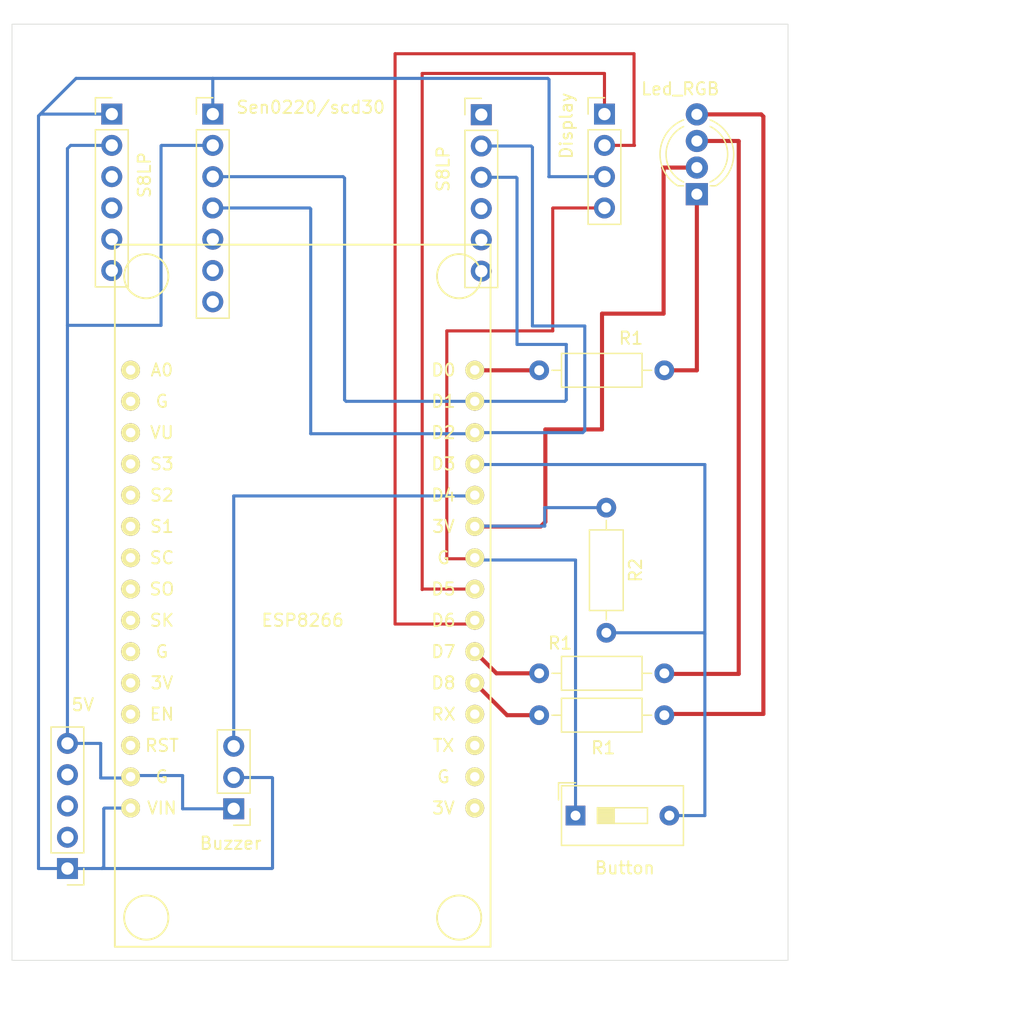
<source format=kicad_pcb>
(kicad_pcb (version 20171130) (host pcbnew "(5.1.10)-1")

  (general
    (thickness 1.6)
    (drawings 6)
    (tracks 128)
    (zones 0)
    (modules 17)
    (nets 37)
  )

  (page A4)
  (layers
    (0 F.Cu signal)
    (31 B.Cu signal)
    (32 B.Adhes user)
    (33 F.Adhes user)
    (34 B.Paste user)
    (35 F.Paste user)
    (36 B.SilkS user)
    (37 F.SilkS user)
    (38 B.Mask user)
    (39 F.Mask user)
    (40 Dwgs.User user)
    (41 Cmts.User user)
    (42 Eco1.User user)
    (43 Eco2.User user)
    (44 Edge.Cuts user)
    (45 Margin user)
    (46 B.CrtYd user)
    (47 F.CrtYd user)
    (48 B.Fab user)
    (49 F.Fab user hide)
  )

  (setup
    (last_trace_width 0.25)
    (user_trace_width 0.333)
    (trace_clearance 0.2)
    (zone_clearance 0.508)
    (zone_45_only no)
    (trace_min 0.2)
    (via_size 0.9)
    (via_drill 0.5)
    (via_min_size 0.4)
    (via_min_drill 0.3)
    (uvia_size 0.3)
    (uvia_drill 0.1)
    (uvias_allowed no)
    (uvia_min_size 0.2)
    (uvia_min_drill 0.1)
    (edge_width 0.05)
    (segment_width 0.2)
    (pcb_text_width 0.3)
    (pcb_text_size 1.5 1.5)
    (mod_edge_width 0.12)
    (mod_text_size 1 1)
    (mod_text_width 0.15)
    (pad_size 1.524 1.524)
    (pad_drill 0.762)
    (pad_to_mask_clearance 0)
    (aux_axis_origin 0 0)
    (visible_elements 7FFFFFFF)
    (pcbplotparams
      (layerselection 0x010fc_ffffffff)
      (usegerberextensions false)
      (usegerberattributes true)
      (usegerberadvancedattributes true)
      (creategerberjobfile true)
      (excludeedgelayer true)
      (linewidth 0.100000)
      (plotframeref false)
      (viasonmask false)
      (mode 1)
      (useauxorigin false)
      (hpglpennumber 1)
      (hpglpenspeed 20)
      (hpglpendiameter 15.000000)
      (psnegative false)
      (psa4output false)
      (plotreference true)
      (plotvalue true)
      (plotinvisibletext false)
      (padsonsilk false)
      (subtractmaskfromsilk false)
      (outputformat 1)
      (mirror false)
      (drillshape 0)
      (scaleselection 1)
      (outputdirectory "C:/Users/velaz/Pictures/TRABAJO IER/kicad_pcb/gerber_CO2/"))
  )

  (net 0 "")
  (net 1 "Net-(D1-Pad1)")
  (net 2 "Net-(D1-Pad2)")
  (net 3 "Net-(D1-Pad3)")
  (net 4 "Net-(D1-Pad4)")
  (net 5 "Net-(J1-Pad1)")
  (net 6 "Net-(J1-Pad2)")
  (net 7 "Net-(R1-Pad1)")
  (net 8 "Net-(R2-Pad1)")
  (net 9 "Net-(R3-Pad1)")
  (net 10 "Net-(R4-Pad2)")
  (net 11 "Net-(SW1-Pad1)")
  (net 12 "Net-(U1-Pad3)")
  (net 13 "Net-(U2-Pad1)")
  (net 14 "Net-(U2-Pad2)")
  (net 15 "Net-(U2-Pad3)")
  (net 16 "Net-(U2-Pad4)")
  (net 17 "Net-(U2-Pad5)")
  (net 18 "Net-(U2-Pad6)")
  (net 19 "Net-(U2-Pad7)")
  (net 20 "Net-(U2-Pad8)")
  (net 21 "Net-(U2-Pad9)")
  (net 22 "Net-(U2-Pad10)")
  (net 23 "Net-(U2-Pad11)")
  (net 24 "Net-(U2-Pad12)")
  (net 25 "Net-(U2-Pad13)")
  (net 26 "Net-(U2-Pad16)")
  (net 27 "Net-(U2-Pad17)")
  (net 28 "Net-(U2-Pad18)")
  (net 29 "Net-(U2-Pad19)")
  (net 30 "Net-(U2-Pad22)")
  (net 31 "Net-(U2-Pad23)")
  (net 32 "Net-(U2-Pad28)")
  (net 33 "Net-(U2-Pad29)")
  (net 34 "Net-(J1-Pad5)")
  (net 35 "Net-(J1-Pad4)")
  (net 36 "Net-(J1-Pad3)")

  (net_class Default "This is the default net class."
    (clearance 0.2)
    (trace_width 0.25)
    (via_dia 0.9)
    (via_drill 0.5)
    (uvia_dia 0.3)
    (uvia_drill 0.1)
    (add_net "Net-(D1-Pad1)")
    (add_net "Net-(D1-Pad2)")
    (add_net "Net-(D1-Pad3)")
    (add_net "Net-(D1-Pad4)")
    (add_net "Net-(J1-Pad1)")
    (add_net "Net-(J1-Pad2)")
    (add_net "Net-(J1-Pad3)")
    (add_net "Net-(J1-Pad4)")
    (add_net "Net-(J1-Pad5)")
    (add_net "Net-(R1-Pad1)")
    (add_net "Net-(R2-Pad1)")
    (add_net "Net-(R3-Pad1)")
    (add_net "Net-(R4-Pad2)")
    (add_net "Net-(SW1-Pad1)")
    (add_net "Net-(U1-Pad3)")
    (add_net "Net-(U2-Pad1)")
    (add_net "Net-(U2-Pad10)")
    (add_net "Net-(U2-Pad11)")
    (add_net "Net-(U2-Pad12)")
    (add_net "Net-(U2-Pad13)")
    (add_net "Net-(U2-Pad16)")
    (add_net "Net-(U2-Pad17)")
    (add_net "Net-(U2-Pad18)")
    (add_net "Net-(U2-Pad19)")
    (add_net "Net-(U2-Pad2)")
    (add_net "Net-(U2-Pad22)")
    (add_net "Net-(U2-Pad23)")
    (add_net "Net-(U2-Pad28)")
    (add_net "Net-(U2-Pad29)")
    (add_net "Net-(U2-Pad3)")
    (add_net "Net-(U2-Pad4)")
    (add_net "Net-(U2-Pad5)")
    (add_net "Net-(U2-Pad6)")
    (add_net "Net-(U2-Pad7)")
    (add_net "Net-(U2-Pad8)")
    (add_net "Net-(U2-Pad9)")
  )

  (module Connector_PinHeader_2.54mm:PinHeader_1x06_P2.54mm_Vertical (layer F.Cu) (tedit 59FED5CC) (tstamp 6165262D)
    (at 141.1 69.35)
    (descr "Through hole straight pin header, 1x06, 2.54mm pitch, single row")
    (tags "Through hole pin header THT 1x06 2.54mm single row")
    (path /6167FC23)
    (fp_text reference S8LP (at -3.1 4.4 90) (layer F.SilkS)
      (effects (font (size 1 1) (thickness 0.15)))
    )
    (fp_text value s8 (at 0 15.03) (layer F.Fab)
      (effects (font (size 1 1) (thickness 0.15)))
    )
    (fp_text user %R (at 0 6.35 90) (layer F.Fab)
      (effects (font (size 1 1) (thickness 0.15)))
    )
    (fp_line (start -0.635 -1.27) (end 1.27 -1.27) (layer F.Fab) (width 0.1))
    (fp_line (start 1.27 -1.27) (end 1.27 13.97) (layer F.Fab) (width 0.1))
    (fp_line (start 1.27 13.97) (end -1.27 13.97) (layer F.Fab) (width 0.1))
    (fp_line (start -1.27 13.97) (end -1.27 -0.635) (layer F.Fab) (width 0.1))
    (fp_line (start -1.27 -0.635) (end -0.635 -1.27) (layer F.Fab) (width 0.1))
    (fp_line (start -1.33 14.03) (end 1.33 14.03) (layer F.SilkS) (width 0.12))
    (fp_line (start -1.33 1.27) (end -1.33 14.03) (layer F.SilkS) (width 0.12))
    (fp_line (start 1.33 1.27) (end 1.33 14.03) (layer F.SilkS) (width 0.12))
    (fp_line (start -1.33 1.27) (end 1.33 1.27) (layer F.SilkS) (width 0.12))
    (fp_line (start -1.33 0) (end -1.33 -1.33) (layer F.SilkS) (width 0.12))
    (fp_line (start -1.33 -1.33) (end 0 -1.33) (layer F.SilkS) (width 0.12))
    (fp_line (start -1.8 -1.8) (end -1.8 14.5) (layer F.CrtYd) (width 0.05))
    (fp_line (start -1.8 14.5) (end 1.8 14.5) (layer F.CrtYd) (width 0.05))
    (fp_line (start 1.8 14.5) (end 1.8 -1.8) (layer F.CrtYd) (width 0.05))
    (fp_line (start 1.8 -1.8) (end -1.8 -1.8) (layer F.CrtYd) (width 0.05))
    (pad 6 thru_hole oval (at 0 12.7) (size 1.7 1.7) (drill 1) (layers *.Cu *.Mask))
    (pad 5 thru_hole oval (at 0 10.16) (size 1.7 1.7) (drill 1) (layers *.Cu *.Mask))
    (pad 4 thru_hole oval (at 0 7.62) (size 1.7 1.7) (drill 1) (layers *.Cu *.Mask))
    (pad 3 thru_hole oval (at 0 5.08) (size 1.7 1.7) (drill 1) (layers *.Cu *.Mask)
      (net 33 "Net-(U2-Pad29)"))
    (pad 2 thru_hole oval (at 0 2.54) (size 1.7 1.7) (drill 1) (layers *.Cu *.Mask)
      (net 32 "Net-(U2-Pad28)"))
    (pad 1 thru_hole rect (at 0 0) (size 1.7 1.7) (drill 1) (layers *.Cu *.Mask))
    (model ${KISYS3DMOD}/Connector_PinHeader_2.54mm.3dshapes/PinHeader_1x06_P2.54mm_Vertical.wrl
      (at (xyz 0 0 0))
      (scale (xyz 1 1 1))
      (rotate (xyz 0 0 0))
    )
  )

  (module Connector_PinHeader_2.54mm:PinHeader_1x07_P2.54mm_Vertical (layer F.Cu) (tedit 59FED5CC) (tstamp 61651F5A)
    (at 119.3 69.3)
    (descr "Through hole straight pin header, 1x07, 2.54mm pitch, single row")
    (tags "Through hole pin header THT 1x07 2.54mm single row")
    (path /61668B07)
    (fp_text reference Sen0220/scd30 (at 7.95 -0.55) (layer F.SilkS)
      (effects (font (size 1 1) (thickness 0.15)))
    )
    (fp_text value sen0220_scd30 (at 0 17.57) (layer F.Fab)
      (effects (font (size 1 1) (thickness 0.15)))
    )
    (fp_text user %R (at 0 7.62 90) (layer F.Fab)
      (effects (font (size 1 1) (thickness 0.15)))
    )
    (fp_line (start -0.635 -1.27) (end 1.27 -1.27) (layer F.Fab) (width 0.1))
    (fp_line (start 1.27 -1.27) (end 1.27 16.51) (layer F.Fab) (width 0.1))
    (fp_line (start 1.27 16.51) (end -1.27 16.51) (layer F.Fab) (width 0.1))
    (fp_line (start -1.27 16.51) (end -1.27 -0.635) (layer F.Fab) (width 0.1))
    (fp_line (start -1.27 -0.635) (end -0.635 -1.27) (layer F.Fab) (width 0.1))
    (fp_line (start -1.33 16.57) (end 1.33 16.57) (layer F.SilkS) (width 0.12))
    (fp_line (start -1.33 1.27) (end -1.33 16.57) (layer F.SilkS) (width 0.12))
    (fp_line (start 1.33 1.27) (end 1.33 16.57) (layer F.SilkS) (width 0.12))
    (fp_line (start -1.33 1.27) (end 1.33 1.27) (layer F.SilkS) (width 0.12))
    (fp_line (start -1.33 0) (end -1.33 -1.33) (layer F.SilkS) (width 0.12))
    (fp_line (start -1.33 -1.33) (end 0 -1.33) (layer F.SilkS) (width 0.12))
    (fp_line (start -1.8 -1.8) (end -1.8 17.05) (layer F.CrtYd) (width 0.05))
    (fp_line (start -1.8 17.05) (end 1.8 17.05) (layer F.CrtYd) (width 0.05))
    (fp_line (start 1.8 17.05) (end 1.8 -1.8) (layer F.CrtYd) (width 0.05))
    (fp_line (start 1.8 -1.8) (end -1.8 -1.8) (layer F.CrtYd) (width 0.05))
    (pad 7 thru_hole oval (at 0 15.24) (size 1.7 1.7) (drill 1) (layers *.Cu *.Mask))
    (pad 6 thru_hole oval (at 0 12.7) (size 1.7 1.7) (drill 1) (layers *.Cu *.Mask))
    (pad 5 thru_hole oval (at 0 10.16) (size 1.7 1.7) (drill 1) (layers *.Cu *.Mask))
    (pad 4 thru_hole oval (at 0 7.62) (size 1.7 1.7) (drill 1) (layers *.Cu *.Mask)
      (net 32 "Net-(U2-Pad28)"))
    (pad 3 thru_hole oval (at 0 5.08) (size 1.7 1.7) (drill 1) (layers *.Cu *.Mask)
      (net 33 "Net-(U2-Pad29)"))
    (pad 2 thru_hole oval (at 0 2.54) (size 1.7 1.7) (drill 1) (layers *.Cu *.Mask)
      (net 34 "Net-(J1-Pad5)"))
    (pad 1 thru_hole rect (at 0 0) (size 1.7 1.7) (drill 1) (layers *.Cu *.Mask)
      (net 5 "Net-(J1-Pad1)"))
    (model ${KISYS3DMOD}/Connector_PinHeader_2.54mm.3dshapes/PinHeader_1x07_P2.54mm_Vertical.wrl
      (at (xyz 0 0 0))
      (scale (xyz 1 1 1))
      (rotate (xyz 0 0 0))
    )
  )

  (module Connector_PinHeader_2.54mm:PinHeader_1x06_P2.54mm_Vertical (layer F.Cu) (tedit 59FED5CC) (tstamp 6164FCA2)
    (at 111.1 69.3)
    (descr "Through hole straight pin header, 1x06, 2.54mm pitch, single row")
    (tags "Through hole pin header THT 1x06 2.54mm single row")
    (path /61653887)
    (fp_text reference S8LP (at 2.65 4.95 90) (layer F.SilkS)
      (effects (font (size 1 1) (thickness 0.15)))
    )
    (fp_text value lp (at 0 15.03) (layer F.Fab)
      (effects (font (size 1 1) (thickness 0.15)))
    )
    (fp_line (start 1.8 -1.8) (end -1.8 -1.8) (layer F.CrtYd) (width 0.05))
    (fp_line (start 1.8 14.5) (end 1.8 -1.8) (layer F.CrtYd) (width 0.05))
    (fp_line (start -1.8 14.5) (end 1.8 14.5) (layer F.CrtYd) (width 0.05))
    (fp_line (start -1.8 -1.8) (end -1.8 14.5) (layer F.CrtYd) (width 0.05))
    (fp_line (start -1.33 -1.33) (end 0 -1.33) (layer F.SilkS) (width 0.12))
    (fp_line (start -1.33 0) (end -1.33 -1.33) (layer F.SilkS) (width 0.12))
    (fp_line (start -1.33 1.27) (end 1.33 1.27) (layer F.SilkS) (width 0.12))
    (fp_line (start 1.33 1.27) (end 1.33 14.03) (layer F.SilkS) (width 0.12))
    (fp_line (start -1.33 1.27) (end -1.33 14.03) (layer F.SilkS) (width 0.12))
    (fp_line (start -1.33 14.03) (end 1.33 14.03) (layer F.SilkS) (width 0.12))
    (fp_line (start -1.27 -0.635) (end -0.635 -1.27) (layer F.Fab) (width 0.1))
    (fp_line (start -1.27 13.97) (end -1.27 -0.635) (layer F.Fab) (width 0.1))
    (fp_line (start 1.27 13.97) (end -1.27 13.97) (layer F.Fab) (width 0.1))
    (fp_line (start 1.27 -1.27) (end 1.27 13.97) (layer F.Fab) (width 0.1))
    (fp_line (start -0.635 -1.27) (end 1.27 -1.27) (layer F.Fab) (width 0.1))
    (fp_text user %R (at 0 6.35 90) (layer F.Fab)
      (effects (font (size 1 1) (thickness 0.15)))
    )
    (pad 6 thru_hole oval (at 0 12.7) (size 1.7 1.7) (drill 1) (layers *.Cu *.Mask))
    (pad 5 thru_hole oval (at 0 10.16) (size 1.7 1.7) (drill 1) (layers *.Cu *.Mask))
    (pad 4 thru_hole oval (at 0 7.62) (size 1.7 1.7) (drill 1) (layers *.Cu *.Mask))
    (pad 3 thru_hole oval (at 0 5.08) (size 1.7 1.7) (drill 1) (layers *.Cu *.Mask))
    (pad 2 thru_hole oval (at 0 2.54) (size 1.7 1.7) (drill 1) (layers *.Cu *.Mask)
      (net 34 "Net-(J1-Pad5)"))
    (pad 1 thru_hole rect (at 0 0) (size 1.7 1.7) (drill 1) (layers *.Cu *.Mask)
      (net 5 "Net-(J1-Pad1)"))
    (model ${KISYS3DMOD}/Connector_PinHeader_2.54mm.3dshapes/PinHeader_1x06_P2.54mm_Vertical.wrl
      (at (xyz 0 0 0))
      (scale (xyz 1 1 1))
      (rotate (xyz 0 0 0))
    )
  )

  (module Connector_PinHeader_2.54mm:PinHeader_1x05_P2.54mm_Vertical (layer F.Cu) (tedit 59FED5CC) (tstamp 6164FA68)
    (at 107.5 130.55 180)
    (descr "Through hole straight pin header, 1x05, 2.54mm pitch, single row")
    (tags "Through hole pin header THT 1x05 2.54mm single row")
    (path /6166421A)
    (fp_text reference 5V (at -1.25 13.3) (layer F.SilkS)
      (effects (font (size 1 1) (thickness 0.15)))
    )
    (fp_text value 5v (at 0 12.49) (layer F.Fab)
      (effects (font (size 1 1) (thickness 0.15)))
    )
    (fp_line (start 1.8 -1.8) (end -1.8 -1.8) (layer F.CrtYd) (width 0.05))
    (fp_line (start 1.8 11.95) (end 1.8 -1.8) (layer F.CrtYd) (width 0.05))
    (fp_line (start -1.8 11.95) (end 1.8 11.95) (layer F.CrtYd) (width 0.05))
    (fp_line (start -1.8 -1.8) (end -1.8 11.95) (layer F.CrtYd) (width 0.05))
    (fp_line (start -1.33 -1.33) (end 0 -1.33) (layer F.SilkS) (width 0.12))
    (fp_line (start -1.33 0) (end -1.33 -1.33) (layer F.SilkS) (width 0.12))
    (fp_line (start -1.33 1.27) (end 1.33 1.27) (layer F.SilkS) (width 0.12))
    (fp_line (start 1.33 1.27) (end 1.33 11.49) (layer F.SilkS) (width 0.12))
    (fp_line (start -1.33 1.27) (end -1.33 11.49) (layer F.SilkS) (width 0.12))
    (fp_line (start -1.33 11.49) (end 1.33 11.49) (layer F.SilkS) (width 0.12))
    (fp_line (start -1.27 -0.635) (end -0.635 -1.27) (layer F.Fab) (width 0.1))
    (fp_line (start -1.27 11.43) (end -1.27 -0.635) (layer F.Fab) (width 0.1))
    (fp_line (start 1.27 11.43) (end -1.27 11.43) (layer F.Fab) (width 0.1))
    (fp_line (start 1.27 -1.27) (end 1.27 11.43) (layer F.Fab) (width 0.1))
    (fp_line (start -0.635 -1.27) (end 1.27 -1.27) (layer F.Fab) (width 0.1))
    (fp_text user %R (at 0 5.08 180) (layer F.Fab)
      (effects (font (size 1 1) (thickness 0.15)))
    )
    (pad 5 thru_hole oval (at 0 10.16 180) (size 1.7 1.7) (drill 1) (layers *.Cu *.Mask)
      (net 34 "Net-(J1-Pad5)"))
    (pad 4 thru_hole oval (at 0 7.62 180) (size 1.7 1.7) (drill 1) (layers *.Cu *.Mask)
      (net 35 "Net-(J1-Pad4)"))
    (pad 3 thru_hole oval (at 0 5.08 180) (size 1.7 1.7) (drill 1) (layers *.Cu *.Mask)
      (net 36 "Net-(J1-Pad3)"))
    (pad 2 thru_hole oval (at 0 2.54 180) (size 1.7 1.7) (drill 1) (layers *.Cu *.Mask)
      (net 6 "Net-(J1-Pad2)"))
    (pad 1 thru_hole rect (at 0 0 180) (size 1.7 1.7) (drill 1) (layers *.Cu *.Mask)
      (net 5 "Net-(J1-Pad1)"))
    (model ${KISYS3DMOD}/Connector_PinHeader_2.54mm.3dshapes/PinHeader_1x05_P2.54mm_Vertical.wrl
      (at (xyz 0 0 0))
      (scale (xyz 1 1 1))
      (rotate (xyz 0 0 0))
    )
  )

  (module MountingHole:MountingHole_3.2mm_M3 (layer F.Cu) (tedit 56D1B4CB) (tstamp 6164CAF9)
    (at 105.5 64.5)
    (descr "Mounting Hole 3.2mm, no annular, M3")
    (tags "mounting hole 3.2mm no annular m3")
    (attr virtual)
    (fp_text reference "" (at 0 -4.2) (layer F.SilkS)
      (effects (font (size 1 1) (thickness 0.15)))
    )
    (fp_text value MountingHole_3.2mm_M3 (at 0 4.2) (layer F.Fab)
      (effects (font (size 1 1) (thickness 0.15)))
    )
    (fp_circle (center 0 0) (end 3.45 0) (layer F.CrtYd) (width 0.05))
    (fp_circle (center 0 0) (end 3.2 0) (layer Cmts.User) (width 0.15))
    (fp_text user %R (at 5.969 0.3302) (layer F.Fab)
      (effects (font (size 1 1) (thickness 0.15)))
    )
    (pad 1 np_thru_hole circle (at 0 0) (size 3.2 3.2) (drill 3.2) (layers *.Cu *.Mask))
  )

  (module MountingHole:MountingHole_3.2mm_M3 (layer F.Cu) (tedit 56D1B4CB) (tstamp 6164CAE7)
    (at 105.5 135.5)
    (descr "Mounting Hole 3.2mm, no annular, M3")
    (tags "mounting hole 3.2mm no annular m3")
    (attr virtual)
    (fp_text reference "" (at 1.5 4.75) (layer F.SilkS)
      (effects (font (size 1 1) (thickness 0.15)))
    )
    (fp_text value MountingHole_3.2mm_M3 (at 0 4.2) (layer F.Fab)
      (effects (font (size 1 1) (thickness 0.15)))
    )
    (fp_circle (center 0 0) (end 3.2 0) (layer Cmts.User) (width 0.15))
    (fp_circle (center 0 0) (end 3.45 0) (layer F.CrtYd) (width 0.05))
    (fp_text user %R (at 5.969 0.3302) (layer F.Fab)
      (effects (font (size 1 1) (thickness 0.15)))
    )
    (pad 1 np_thru_hole circle (at 0 0) (size 3.2 3.2) (drill 3.2) (layers *.Cu *.Mask))
  )

  (module MountingHole:MountingHole_3.2mm_M3 (layer F.Cu) (tedit 56D1B4CB) (tstamp 6164CA69)
    (at 163.5 135.5)
    (descr "Mounting Hole 3.2mm, no annular, M3")
    (tags "mounting hole 3.2mm no annular m3")
    (attr virtual)
    (fp_text reference "" (at 5.25 4.5) (layer F.SilkS)
      (effects (font (size 1 1) (thickness 0.15)))
    )
    (fp_text value MountingHole_3.2mm_M3 (at 0 4.2) (layer F.Fab)
      (effects (font (size 1 1) (thickness 0.15)))
    )
    (fp_circle (center 0 0) (end 3.45 0) (layer F.CrtYd) (width 0.05))
    (fp_circle (center 0 0) (end 3.2 0) (layer Cmts.User) (width 0.15))
    (fp_text user %R (at 5.969 0.3302) (layer F.Fab)
      (effects (font (size 1 1) (thickness 0.15)))
    )
    (pad 1 np_thru_hole circle (at 0 0) (size 3.2 3.2) (drill 3.2) (layers *.Cu *.Mask))
  )

  (module MountingHole:MountingHole_3.2mm_M3 (layer F.Cu) (tedit 56D1B4CB) (tstamp 6164CA10)
    (at 163.5 64.5)
    (descr "Mounting Hole 3.2mm, no annular, M3")
    (tags "mounting hole 3.2mm no annular m3")
    (attr virtual)
    (fp_text reference "" (at 0 -4.2) (layer F.SilkS)
      (effects (font (size 1 1) (thickness 0.15)))
    )
    (fp_text value MountingHole_3.2mm_M3 (at 0 4.2) (layer F.Fab)
      (effects (font (size 1 1) (thickness 0.15)))
    )
    (fp_circle (center 0 0) (end 3.2 0) (layer Cmts.User) (width 0.15))
    (fp_circle (center 0 0) (end 3.45 0) (layer F.CrtYd) (width 0.05))
    (fp_text user %R (at 5.969 0.3302) (layer F.Fab)
      (effects (font (size 1 1) (thickness 0.15)))
    )
    (pad 1 np_thru_hole circle (at 0 0) (size 3.2 3.2) (drill 3.2) (layers *.Cu *.Mask))
  )

  (module LED_THT:LED_D5.0mm-4_RGB_Wide_Pins (layer F.Cu) (tedit 5B74F76E) (tstamp 6164AC8D)
    (at 158.6 75.8 90)
    (descr "LED, diameter 5.0mm, 2 pins, diameter 5.0mm, 3 pins, diameter 5.0mm, 4 pins, http://www.kingbright.com/attachments/file/psearch/000/00/00/L-154A4SUREQBFZGEW(Ver.9A).pdf")
    (tags "LED diameter 5.0mm 2 pins diameter 5.0mm 3 pins diameter 5.0mm 4 pins RGB RGBLED")
    (path /615FF3B4)
    (fp_text reference Led_RGB (at 8.55 -1.35 180) (layer F.SilkS)
      (effects (font (size 1 1) (thickness 0.15)))
    )
    (fp_text value LED_RGB (at 3.2385 3.96 90) (layer F.Fab)
      (effects (font (size 1 1) (thickness 0.15)))
    )
    (fp_line (start 7.56 -3.25) (end -1.08 -3.25) (layer F.CrtYd) (width 0.05))
    (fp_line (start 7.56 3.25) (end 7.56 -3.25) (layer F.CrtYd) (width 0.05))
    (fp_line (start -1.08 3.25) (end 7.56 3.25) (layer F.CrtYd) (width 0.05))
    (fp_line (start -1.08 -3.25) (end -1.08 3.25) (layer F.CrtYd) (width 0.05))
    (fp_line (start 0.6785 1.08) (end 0.6785 1.545) (layer F.SilkS) (width 0.12))
    (fp_line (start 0.6785 -1.545) (end 0.6785 -1.08) (layer F.SilkS) (width 0.12))
    (fp_line (start 0.7385 -1.469694) (end 0.7385 1.469694) (layer F.Fab) (width 0.1))
    (fp_circle (center 3.2385 0) (end 5.7385 0) (layer F.Fab) (width 0.1))
    (fp_arc (start 3.2385 0) (end 0.7385 -1.469694) (angle 299.1) (layer F.Fab) (width 0.1))
    (fp_arc (start 3.2385 0) (end 0.6785 -1.54483) (angle 127.7) (layer F.SilkS) (width 0.12))
    (fp_arc (start 3.2385 0) (end 0.6785 1.54483) (angle -127.7) (layer F.SilkS) (width 0.12))
    (fp_arc (start 3.2385 0) (end 0.983816 -1.08) (angle 128.8) (layer F.SilkS) (width 0.12))
    (fp_arc (start 3.2385 0) (end 0.983816 1.08) (angle -128.8) (layer F.SilkS) (width 0.12))
    (fp_text user %R (at 3.2385 -3.96 90) (layer F.Fab)
      (effects (font (size 1 1) (thickness 0.15)))
    )
    (pad 1 thru_hole rect (at 0 0 90) (size 1.8 1.8) (drill 0.9) (layers *.Cu *.Mask)
      (net 1 "Net-(D1-Pad1)"))
    (pad 2 thru_hole circle (at 2.159 0 90) (size 1.8 1.8) (drill 0.9) (layers *.Cu *.Mask)
      (net 2 "Net-(D1-Pad2)"))
    (pad 3 thru_hole circle (at 4.318 0 90) (size 1.8 1.8) (drill 0.9) (layers *.Cu *.Mask)
      (net 3 "Net-(D1-Pad3)"))
    (pad 4 thru_hole circle (at 6.477 0 90) (size 1.8 1.8) (drill 0.9) (layers *.Cu *.Mask)
      (net 4 "Net-(D1-Pad4)"))
    (model ${KISYS3DMOD}/LED_THT.3dshapes/LED_D5.0mm-4_RGB_Wide_Pins.wrl
      (at (xyz 0 0 0))
      (scale (xyz 1 1 1))
      (rotate (xyz 0 0 0))
    )
  )

  (module Resistor_THT:R_Axial_DIN0207_L6.3mm_D2.5mm_P10.16mm_Horizontal (layer F.Cu) (tedit 5AE5139B) (tstamp 61649FB1)
    (at 145.8 118.1)
    (descr "Resistor, Axial_DIN0207 series, Axial, Horizontal, pin pitch=10.16mm, 0.25W = 1/4W, length*diameter=6.3*2.5mm^2, http://cdn-reichelt.de/documents/datenblatt/B400/1_4W%23YAG.pdf")
    (tags "Resistor Axial_DIN0207 series Axial Horizontal pin pitch 10.16mm 0.25W = 1/4W length 6.3mm diameter 2.5mm")
    (path /616048E6)
    (fp_text reference R1 (at 5.2 2.65) (layer F.SilkS)
      (effects (font (size 1 1) (thickness 0.15)))
    )
    (fp_text value 220 (at 5.08 2.37) (layer F.Fab)
      (effects (font (size 1 1) (thickness 0.15)))
    )
    (fp_line (start 11.21 -1.5) (end -1.05 -1.5) (layer F.CrtYd) (width 0.05))
    (fp_line (start 11.21 1.5) (end 11.21 -1.5) (layer F.CrtYd) (width 0.05))
    (fp_line (start -1.05 1.5) (end 11.21 1.5) (layer F.CrtYd) (width 0.05))
    (fp_line (start -1.05 -1.5) (end -1.05 1.5) (layer F.CrtYd) (width 0.05))
    (fp_line (start 9.12 0) (end 8.35 0) (layer F.SilkS) (width 0.12))
    (fp_line (start 1.04 0) (end 1.81 0) (layer F.SilkS) (width 0.12))
    (fp_line (start 8.35 -1.37) (end 1.81 -1.37) (layer F.SilkS) (width 0.12))
    (fp_line (start 8.35 1.37) (end 8.35 -1.37) (layer F.SilkS) (width 0.12))
    (fp_line (start 1.81 1.37) (end 8.35 1.37) (layer F.SilkS) (width 0.12))
    (fp_line (start 1.81 -1.37) (end 1.81 1.37) (layer F.SilkS) (width 0.12))
    (fp_line (start 10.16 0) (end 8.23 0) (layer F.Fab) (width 0.1))
    (fp_line (start 0 0) (end 1.93 0) (layer F.Fab) (width 0.1))
    (fp_line (start 8.23 -1.25) (end 1.93 -1.25) (layer F.Fab) (width 0.1))
    (fp_line (start 8.23 1.25) (end 8.23 -1.25) (layer F.Fab) (width 0.1))
    (fp_line (start 1.93 1.25) (end 8.23 1.25) (layer F.Fab) (width 0.1))
    (fp_line (start 1.93 -1.25) (end 1.93 1.25) (layer F.Fab) (width 0.1))
    (fp_text user %R (at 5.08 0) (layer F.Fab)
      (effects (font (size 1 1) (thickness 0.15)))
    )
    (pad 1 thru_hole circle (at 0 0) (size 1.6 1.6) (drill 0.8) (layers *.Cu *.Mask)
      (net 7 "Net-(R1-Pad1)"))
    (pad 2 thru_hole oval (at 10.16 0) (size 1.6 1.6) (drill 0.8) (layers *.Cu *.Mask)
      (net 4 "Net-(D1-Pad4)"))
    (model ${KISYS3DMOD}/Resistor_THT.3dshapes/R_Axial_DIN0207_L6.3mm_D2.5mm_P10.16mm_Horizontal.wrl
      (at (xyz 0 0 0))
      (scale (xyz 1 1 1))
      (rotate (xyz 0 0 0))
    )
  )

  (module Resistor_THT:R_Axial_DIN0207_L6.3mm_D2.5mm_P10.16mm_Horizontal (layer F.Cu) (tedit 5AE5139B) (tstamp 61649FC8)
    (at 145.8 114.7)
    (descr "Resistor, Axial_DIN0207 series, Axial, Horizontal, pin pitch=10.16mm, 0.25W = 1/4W, length*diameter=6.3*2.5mm^2, http://cdn-reichelt.de/documents/datenblatt/B400/1_4W%23YAG.pdf")
    (tags "Resistor Axial_DIN0207 series Axial Horizontal pin pitch 10.16mm 0.25W = 1/4W length 6.3mm diameter 2.5mm")
    (path /61605002)
    (fp_text reference R1 (at 1.7 -2.45) (layer F.SilkS)
      (effects (font (size 1 1) (thickness 0.15)))
    )
    (fp_text value 220 (at 5.08 2.37) (layer F.Fab)
      (effects (font (size 1 1) (thickness 0.15)))
    )
    (fp_line (start 1.93 -1.25) (end 1.93 1.25) (layer F.Fab) (width 0.1))
    (fp_line (start 1.93 1.25) (end 8.23 1.25) (layer F.Fab) (width 0.1))
    (fp_line (start 8.23 1.25) (end 8.23 -1.25) (layer F.Fab) (width 0.1))
    (fp_line (start 8.23 -1.25) (end 1.93 -1.25) (layer F.Fab) (width 0.1))
    (fp_line (start 0 0) (end 1.93 0) (layer F.Fab) (width 0.1))
    (fp_line (start 10.16 0) (end 8.23 0) (layer F.Fab) (width 0.1))
    (fp_line (start 1.81 -1.37) (end 1.81 1.37) (layer F.SilkS) (width 0.12))
    (fp_line (start 1.81 1.37) (end 8.35 1.37) (layer F.SilkS) (width 0.12))
    (fp_line (start 8.35 1.37) (end 8.35 -1.37) (layer F.SilkS) (width 0.12))
    (fp_line (start 8.35 -1.37) (end 1.81 -1.37) (layer F.SilkS) (width 0.12))
    (fp_line (start 1.04 0) (end 1.81 0) (layer F.SilkS) (width 0.12))
    (fp_line (start 9.12 0) (end 8.35 0) (layer F.SilkS) (width 0.12))
    (fp_line (start -1.05 -1.5) (end -1.05 1.5) (layer F.CrtYd) (width 0.05))
    (fp_line (start -1.05 1.5) (end 11.21 1.5) (layer F.CrtYd) (width 0.05))
    (fp_line (start 11.21 1.5) (end 11.21 -1.5) (layer F.CrtYd) (width 0.05))
    (fp_line (start 11.21 -1.5) (end -1.05 -1.5) (layer F.CrtYd) (width 0.05))
    (fp_text user %R (at 5.08 0) (layer F.Fab)
      (effects (font (size 1 1) (thickness 0.15)))
    )
    (pad 2 thru_hole oval (at 10.16 0) (size 1.6 1.6) (drill 0.8) (layers *.Cu *.Mask)
      (net 3 "Net-(D1-Pad3)"))
    (pad 1 thru_hole circle (at 0 0) (size 1.6 1.6) (drill 0.8) (layers *.Cu *.Mask)
      (net 8 "Net-(R2-Pad1)"))
    (model ${KISYS3DMOD}/Resistor_THT.3dshapes/R_Axial_DIN0207_L6.3mm_D2.5mm_P10.16mm_Horizontal.wrl
      (at (xyz 0 0 0))
      (scale (xyz 1 1 1))
      (rotate (xyz 0 0 0))
    )
  )

  (module Resistor_THT:R_Axial_DIN0207_L6.3mm_D2.5mm_P10.16mm_Horizontal (layer F.Cu) (tedit 5AE5139B) (tstamp 61649FDF)
    (at 145.8 90.1)
    (descr "Resistor, Axial_DIN0207 series, Axial, Horizontal, pin pitch=10.16mm, 0.25W = 1/4W, length*diameter=6.3*2.5mm^2, http://cdn-reichelt.de/documents/datenblatt/B400/1_4W%23YAG.pdf")
    (tags "Resistor Axial_DIN0207 series Axial Horizontal pin pitch 10.16mm 0.25W = 1/4W length 6.3mm diameter 2.5mm")
    (path /616052D2)
    (fp_text reference R1 (at 7.45 -2.6) (layer F.SilkS)
      (effects (font (size 1 1) (thickness 0.15)))
    )
    (fp_text value 220 (at 5.08 2.37) (layer F.Fab)
      (effects (font (size 1 1) (thickness 0.15)))
    )
    (fp_line (start 11.21 -1.5) (end -1.05 -1.5) (layer F.CrtYd) (width 0.05))
    (fp_line (start 11.21 1.5) (end 11.21 -1.5) (layer F.CrtYd) (width 0.05))
    (fp_line (start -1.05 1.5) (end 11.21 1.5) (layer F.CrtYd) (width 0.05))
    (fp_line (start -1.05 -1.5) (end -1.05 1.5) (layer F.CrtYd) (width 0.05))
    (fp_line (start 9.12 0) (end 8.35 0) (layer F.SilkS) (width 0.12))
    (fp_line (start 1.04 0) (end 1.81 0) (layer F.SilkS) (width 0.12))
    (fp_line (start 8.35 -1.37) (end 1.81 -1.37) (layer F.SilkS) (width 0.12))
    (fp_line (start 8.35 1.37) (end 8.35 -1.37) (layer F.SilkS) (width 0.12))
    (fp_line (start 1.81 1.37) (end 8.35 1.37) (layer F.SilkS) (width 0.12))
    (fp_line (start 1.81 -1.37) (end 1.81 1.37) (layer F.SilkS) (width 0.12))
    (fp_line (start 10.16 0) (end 8.23 0) (layer F.Fab) (width 0.1))
    (fp_line (start 0 0) (end 1.93 0) (layer F.Fab) (width 0.1))
    (fp_line (start 8.23 -1.25) (end 1.93 -1.25) (layer F.Fab) (width 0.1))
    (fp_line (start 8.23 1.25) (end 8.23 -1.25) (layer F.Fab) (width 0.1))
    (fp_line (start 1.93 1.25) (end 8.23 1.25) (layer F.Fab) (width 0.1))
    (fp_line (start 1.93 -1.25) (end 1.93 1.25) (layer F.Fab) (width 0.1))
    (fp_text user %R (at 5.08 0) (layer F.Fab)
      (effects (font (size 1 1) (thickness 0.15)))
    )
    (pad 1 thru_hole circle (at 0 0) (size 1.6 1.6) (drill 0.8) (layers *.Cu *.Mask)
      (net 9 "Net-(R3-Pad1)"))
    (pad 2 thru_hole oval (at 10.16 0) (size 1.6 1.6) (drill 0.8) (layers *.Cu *.Mask)
      (net 1 "Net-(D1-Pad1)"))
    (model ${KISYS3DMOD}/Resistor_THT.3dshapes/R_Axial_DIN0207_L6.3mm_D2.5mm_P10.16mm_Horizontal.wrl
      (at (xyz 0 0 0))
      (scale (xyz 1 1 1))
      (rotate (xyz 0 0 0))
    )
  )

  (module Resistor_THT:R_Axial_DIN0207_L6.3mm_D2.5mm_P10.16mm_Horizontal (layer F.Cu) (tedit 5AE5139B) (tstamp 61649FF6)
    (at 151.25 101.25 270)
    (descr "Resistor, Axial_DIN0207 series, Axial, Horizontal, pin pitch=10.16mm, 0.25W = 1/4W, length*diameter=6.3*2.5mm^2, http://cdn-reichelt.de/documents/datenblatt/B400/1_4W%23YAG.pdf")
    (tags "Resistor Axial_DIN0207 series Axial Horizontal pin pitch 10.16mm 0.25W = 1/4W length 6.3mm diameter 2.5mm")
    (path /616055A5)
    (fp_text reference R2 (at 5.08 -2.37 90) (layer F.SilkS)
      (effects (font (size 1 1) (thickness 0.15)))
    )
    (fp_text value 10k (at 5.08 2.37 90) (layer F.Fab)
      (effects (font (size 1 1) (thickness 0.15)))
    )
    (fp_line (start 1.93 -1.25) (end 1.93 1.25) (layer F.Fab) (width 0.1))
    (fp_line (start 1.93 1.25) (end 8.23 1.25) (layer F.Fab) (width 0.1))
    (fp_line (start 8.23 1.25) (end 8.23 -1.25) (layer F.Fab) (width 0.1))
    (fp_line (start 8.23 -1.25) (end 1.93 -1.25) (layer F.Fab) (width 0.1))
    (fp_line (start 0 0) (end 1.93 0) (layer F.Fab) (width 0.1))
    (fp_line (start 10.16 0) (end 8.23 0) (layer F.Fab) (width 0.1))
    (fp_line (start 1.81 -1.37) (end 1.81 1.37) (layer F.SilkS) (width 0.12))
    (fp_line (start 1.81 1.37) (end 8.35 1.37) (layer F.SilkS) (width 0.12))
    (fp_line (start 8.35 1.37) (end 8.35 -1.37) (layer F.SilkS) (width 0.12))
    (fp_line (start 8.35 -1.37) (end 1.81 -1.37) (layer F.SilkS) (width 0.12))
    (fp_line (start 1.04 0) (end 1.81 0) (layer F.SilkS) (width 0.12))
    (fp_line (start 9.12 0) (end 8.35 0) (layer F.SilkS) (width 0.12))
    (fp_line (start -1.05 -1.5) (end -1.05 1.5) (layer F.CrtYd) (width 0.05))
    (fp_line (start -1.05 1.5) (end 11.21 1.5) (layer F.CrtYd) (width 0.05))
    (fp_line (start 11.21 1.5) (end 11.21 -1.5) (layer F.CrtYd) (width 0.05))
    (fp_line (start 11.21 -1.5) (end -1.05 -1.5) (layer F.CrtYd) (width 0.05))
    (fp_text user %R (at 5.08 0 90) (layer F.Fab)
      (effects (font (size 1 1) (thickness 0.15)))
    )
    (pad 2 thru_hole oval (at 10.16 0 270) (size 1.6 1.6) (drill 0.8) (layers *.Cu *.Mask)
      (net 10 "Net-(R4-Pad2)"))
    (pad 1 thru_hole circle (at 0 0 270) (size 1.6 1.6) (drill 0.8) (layers *.Cu *.Mask)
      (net 2 "Net-(D1-Pad2)"))
    (model ${KISYS3DMOD}/Resistor_THT.3dshapes/R_Axial_DIN0207_L6.3mm_D2.5mm_P10.16mm_Horizontal.wrl
      (at (xyz 0 0 0))
      (scale (xyz 1 1 1))
      (rotate (xyz 0 0 0))
    )
  )

  (module Button_Switch_THT:SW_DIP_SPSTx01_Slide_9.78x4.72mm_W7.62mm_P2.54mm (layer F.Cu) (tedit 5A4E1404) (tstamp 6164A02D)
    (at 148.75 126.25)
    (descr "1x-dip-switch SPST , Slide, row spacing 7.62 mm (300 mils), body size 9.78x4.72mm (see e.g. https://www.ctscorp.com/wp-content/uploads/206-208.pdf)")
    (tags "DIP Switch SPST Slide 7.62mm 300mil")
    (path /6160F77D)
    (fp_text reference Button (at 4 4.25) (layer F.SilkS)
      (effects (font (size 1 1) (thickness 0.15)))
    )
    (fp_text value Button (at 3.81 3.42) (layer F.Fab)
      (effects (font (size 1 1) (thickness 0.15)))
    )
    (fp_line (start 8.95 -2.7) (end -1.35 -2.7) (layer F.CrtYd) (width 0.05))
    (fp_line (start 8.95 2.7) (end 8.95 -2.7) (layer F.CrtYd) (width 0.05))
    (fp_line (start -1.35 2.7) (end 8.95 2.7) (layer F.CrtYd) (width 0.05))
    (fp_line (start -1.35 -2.7) (end -1.35 2.7) (layer F.CrtYd) (width 0.05))
    (fp_line (start 3.133333 -0.635) (end 3.133333 0.635) (layer F.SilkS) (width 0.12))
    (fp_line (start 1.78 0.565) (end 3.133333 0.565) (layer F.SilkS) (width 0.12))
    (fp_line (start 1.78 0.445) (end 3.133333 0.445) (layer F.SilkS) (width 0.12))
    (fp_line (start 1.78 0.325) (end 3.133333 0.325) (layer F.SilkS) (width 0.12))
    (fp_line (start 1.78 0.205) (end 3.133333 0.205) (layer F.SilkS) (width 0.12))
    (fp_line (start 1.78 0.085) (end 3.133333 0.085) (layer F.SilkS) (width 0.12))
    (fp_line (start 1.78 -0.035) (end 3.133333 -0.035) (layer F.SilkS) (width 0.12))
    (fp_line (start 1.78 -0.155) (end 3.133333 -0.155) (layer F.SilkS) (width 0.12))
    (fp_line (start 1.78 -0.275) (end 3.133333 -0.275) (layer F.SilkS) (width 0.12))
    (fp_line (start 1.78 -0.395) (end 3.133333 -0.395) (layer F.SilkS) (width 0.12))
    (fp_line (start 1.78 -0.515) (end 3.133333 -0.515) (layer F.SilkS) (width 0.12))
    (fp_line (start 5.84 -0.635) (end 1.78 -0.635) (layer F.SilkS) (width 0.12))
    (fp_line (start 5.84 0.635) (end 5.84 -0.635) (layer F.SilkS) (width 0.12))
    (fp_line (start 1.78 0.635) (end 5.84 0.635) (layer F.SilkS) (width 0.12))
    (fp_line (start 1.78 -0.635) (end 1.78 0.635) (layer F.SilkS) (width 0.12))
    (fp_line (start -1.38 -2.66) (end -1.38 -1.277) (layer F.SilkS) (width 0.12))
    (fp_line (start -1.38 -2.66) (end 0.004 -2.66) (layer F.SilkS) (width 0.12))
    (fp_line (start 8.76 -2.42) (end 8.76 2.42) (layer F.SilkS) (width 0.12))
    (fp_line (start -1.14 -2.42) (end -1.14 2.42) (layer F.SilkS) (width 0.12))
    (fp_line (start -1.14 2.42) (end 8.76 2.42) (layer F.SilkS) (width 0.12))
    (fp_line (start -1.14 -2.42) (end 8.76 -2.42) (layer F.SilkS) (width 0.12))
    (fp_line (start 3.133333 -0.635) (end 3.133333 0.635) (layer F.Fab) (width 0.1))
    (fp_line (start 1.78 0.565) (end 3.133333 0.565) (layer F.Fab) (width 0.1))
    (fp_line (start 1.78 0.465) (end 3.133333 0.465) (layer F.Fab) (width 0.1))
    (fp_line (start 1.78 0.365) (end 3.133333 0.365) (layer F.Fab) (width 0.1))
    (fp_line (start 1.78 0.265) (end 3.133333 0.265) (layer F.Fab) (width 0.1))
    (fp_line (start 1.78 0.165) (end 3.133333 0.165) (layer F.Fab) (width 0.1))
    (fp_line (start 1.78 0.065) (end 3.133333 0.065) (layer F.Fab) (width 0.1))
    (fp_line (start 1.78 -0.035) (end 3.133333 -0.035) (layer F.Fab) (width 0.1))
    (fp_line (start 1.78 -0.135) (end 3.133333 -0.135) (layer F.Fab) (width 0.1))
    (fp_line (start 1.78 -0.235) (end 3.133333 -0.235) (layer F.Fab) (width 0.1))
    (fp_line (start 1.78 -0.335) (end 3.133333 -0.335) (layer F.Fab) (width 0.1))
    (fp_line (start 1.78 -0.435) (end 3.133333 -0.435) (layer F.Fab) (width 0.1))
    (fp_line (start 1.78 -0.535) (end 3.133333 -0.535) (layer F.Fab) (width 0.1))
    (fp_line (start 5.84 -0.635) (end 1.78 -0.635) (layer F.Fab) (width 0.1))
    (fp_line (start 5.84 0.635) (end 5.84 -0.635) (layer F.Fab) (width 0.1))
    (fp_line (start 1.78 0.635) (end 5.84 0.635) (layer F.Fab) (width 0.1))
    (fp_line (start 1.78 -0.635) (end 1.78 0.635) (layer F.Fab) (width 0.1))
    (fp_line (start -1.08 -1.36) (end -0.08 -2.36) (layer F.Fab) (width 0.1))
    (fp_line (start -1.08 2.36) (end -1.08 -1.36) (layer F.Fab) (width 0.1))
    (fp_line (start 8.7 2.36) (end -1.08 2.36) (layer F.Fab) (width 0.1))
    (fp_line (start 8.7 -2.36) (end 8.7 2.36) (layer F.Fab) (width 0.1))
    (fp_line (start -0.08 -2.36) (end 8.7 -2.36) (layer F.Fab) (width 0.1))
    (fp_text user %R (at 7.27 0 90) (layer F.Fab)
      (effects (font (size 0.6 0.6) (thickness 0.09)))
    )
    (fp_text user on (at 5.365 -1.4975) (layer F.Fab)
      (effects (font (size 0.6 0.6) (thickness 0.09)))
    )
    (pad 1 thru_hole rect (at 0 0) (size 1.6 1.6) (drill 0.8) (layers *.Cu *.Mask)
      (net 11 "Net-(SW1-Pad1)"))
    (pad 2 thru_hole oval (at 7.62 0) (size 1.6 1.6) (drill 0.8) (layers *.Cu *.Mask)
      (net 10 "Net-(R4-Pad2)"))
    (model ${KISYS3DMOD}/Button_Switch_THT.3dshapes/SW_DIP_SPSTx01_Slide_9.78x4.72mm_W7.62mm_P2.54mm.wrl
      (at (xyz 0 0 0))
      (scale (xyz 1 1 1))
      (rotate (xyz 0 0 90))
    )
  )

  (module Connector_PinHeader_2.54mm:PinHeader_1x03_P2.54mm_Vertical (layer F.Cu) (tedit 59FED5CC) (tstamp 6164A044)
    (at 121 125.7 180)
    (descr "Through hole straight pin header, 1x03, 2.54mm pitch, single row")
    (tags "Through hole pin header THT 1x03 2.54mm single row")
    (path /6161B2AF)
    (fp_text reference Buzzer (at 0.25 -2.8) (layer F.SilkS)
      (effects (font (size 1 1) (thickness 0.15)))
    )
    (fp_text value Buzzer_activo (at 0 7.41) (layer F.Fab)
      (effects (font (size 1 1) (thickness 0.15)))
    )
    (fp_line (start 1.8 -1.8) (end -1.8 -1.8) (layer F.CrtYd) (width 0.05))
    (fp_line (start 1.8 6.85) (end 1.8 -1.8) (layer F.CrtYd) (width 0.05))
    (fp_line (start -1.8 6.85) (end 1.8 6.85) (layer F.CrtYd) (width 0.05))
    (fp_line (start -1.8 -1.8) (end -1.8 6.85) (layer F.CrtYd) (width 0.05))
    (fp_line (start -1.33 -1.33) (end 0 -1.33) (layer F.SilkS) (width 0.12))
    (fp_line (start -1.33 0) (end -1.33 -1.33) (layer F.SilkS) (width 0.12))
    (fp_line (start -1.33 1.27) (end 1.33 1.27) (layer F.SilkS) (width 0.12))
    (fp_line (start 1.33 1.27) (end 1.33 6.41) (layer F.SilkS) (width 0.12))
    (fp_line (start -1.33 1.27) (end -1.33 6.41) (layer F.SilkS) (width 0.12))
    (fp_line (start -1.33 6.41) (end 1.33 6.41) (layer F.SilkS) (width 0.12))
    (fp_line (start -1.27 -0.635) (end -0.635 -1.27) (layer F.Fab) (width 0.1))
    (fp_line (start -1.27 6.35) (end -1.27 -0.635) (layer F.Fab) (width 0.1))
    (fp_line (start 1.27 6.35) (end -1.27 6.35) (layer F.Fab) (width 0.1))
    (fp_line (start 1.27 -1.27) (end 1.27 6.35) (layer F.Fab) (width 0.1))
    (fp_line (start -0.635 -1.27) (end 1.27 -1.27) (layer F.Fab) (width 0.1))
    (fp_text user %R (at 0 2.54 90) (layer F.Fab)
      (effects (font (size 1 1) (thickness 0.15)))
    )
    (pad 1 thru_hole rect (at 0 0 180) (size 1.7 1.7) (drill 1) (layers *.Cu *.Mask)
      (net 34 "Net-(J1-Pad5)"))
    (pad 2 thru_hole oval (at 0 2.54 180) (size 1.7 1.7) (drill 1) (layers *.Cu *.Mask)
      (net 5 "Net-(J1-Pad1)"))
    (pad 3 thru_hole oval (at 0 5.08 180) (size 1.7 1.7) (drill 1) (layers *.Cu *.Mask)
      (net 12 "Net-(U1-Pad3)"))
    (model ${KISYS3DMOD}/Connector_PinHeader_2.54mm.3dshapes/PinHeader_1x03_P2.54mm_Vertical.wrl
      (at (xyz 0 0 0))
      (scale (xyz 1 1 1))
      (rotate (xyz 0 0 0))
    )
  )

  (module ESP8266:NodeMCU-LoLinV3 (layer F.Cu) (tedit 5AF0808C) (tstamp 6164A08D)
    (at 126.6 110.4)
    (path /615F62EE)
    (fp_text reference ESP8266 (at 0 0) (layer F.SilkS)
      (effects (font (size 1 1) (thickness 0.15)))
    )
    (fp_text value "NodeMCU_1.0_(ESP-12E)" (at 0 -29.21) (layer F.Fab)
      (effects (font (size 1 1) (thickness 0.15)))
    )
    (fp_line (start 15.25 26.5) (end 15.25 -30.5) (layer F.SilkS) (width 0.15))
    (fp_line (start -15.25 26.5) (end 15.25 26.5) (layer F.SilkS) (width 0.15))
    (fp_line (start -15.25 -30.5) (end -15.25 26.5) (layer F.SilkS) (width 0.15))
    (fp_line (start -14.75 -30.5) (end -15.25 -30.5) (layer F.SilkS) (width 0.15))
    (fp_line (start 15.25 -30.5) (end -14.75 -30.5) (layer F.SilkS) (width 0.15))
    (fp_circle (center 12.7 -27.94) (end 13.97 -29.21) (layer F.SilkS) (width 0.15))
    (fp_circle (center -12.7 -27.94) (end -11.43 -29.21) (layer F.SilkS) (width 0.15))
    (fp_circle (center -12.7 24.13) (end -11.43 22.86) (layer F.SilkS) (width 0.15))
    (fp_circle (center 12.7 24.13) (end 13.97 22.86) (layer F.SilkS) (width 0.15))
    (fp_text user VIN (at -11.43 15.24) (layer F.SilkS)
      (effects (font (size 1 1) (thickness 0.15)))
    )
    (fp_text user G (at -11.43 12.7) (layer F.SilkS)
      (effects (font (size 1 1) (thickness 0.15)))
    )
    (fp_text user RST (at -11.43 10.16) (layer F.SilkS)
      (effects (font (size 1 1) (thickness 0.15)))
    )
    (fp_text user EN (at -11.43 7.62) (layer F.SilkS)
      (effects (font (size 1 1) (thickness 0.15)))
    )
    (fp_text user 3V (at -11.43 5.08) (layer F.SilkS)
      (effects (font (size 1 1) (thickness 0.15)))
    )
    (fp_text user G (at -11.43 2.54) (layer F.SilkS)
      (effects (font (size 1 1) (thickness 0.15)))
    )
    (fp_text user SK (at -11.43 0) (layer F.SilkS)
      (effects (font (size 1 1) (thickness 0.15)))
    )
    (fp_text user SO (at -11.43 -2.54) (layer F.SilkS)
      (effects (font (size 1 1) (thickness 0.15)))
    )
    (fp_text user SC (at -11.43 -5.08) (layer F.SilkS)
      (effects (font (size 1 1) (thickness 0.15)))
    )
    (fp_text user S1 (at -11.43 -7.62) (layer F.SilkS)
      (effects (font (size 1 1) (thickness 0.15)))
    )
    (fp_text user S2 (at -11.43 -10.16) (layer F.SilkS)
      (effects (font (size 1 1) (thickness 0.15)))
    )
    (fp_text user S3 (at -11.43 -12.7) (layer F.SilkS)
      (effects (font (size 1 1) (thickness 0.15)))
    )
    (fp_text user VU (at -11.43 -15.24) (layer F.SilkS)
      (effects (font (size 1 1) (thickness 0.15)))
    )
    (fp_text user G (at -11.43 -17.78) (layer F.SilkS)
      (effects (font (size 1 1) (thickness 0.15)))
    )
    (fp_text user A0 (at -11.43 -20.32) (layer F.SilkS)
      (effects (font (size 1 1) (thickness 0.15)))
    )
    (fp_text user 3V (at 11.43 15.24) (layer F.SilkS)
      (effects (font (size 1 1) (thickness 0.15)))
    )
    (fp_text user G (at 11.43 12.7) (layer F.SilkS)
      (effects (font (size 1 1) (thickness 0.15)))
    )
    (fp_text user TX (at 11.43 10.16) (layer F.SilkS)
      (effects (font (size 1 1) (thickness 0.15)))
    )
    (fp_text user RX (at 11.43 7.62) (layer F.SilkS)
      (effects (font (size 1 1) (thickness 0.15)))
    )
    (fp_text user D8 (at 11.43 5.08) (layer F.SilkS)
      (effects (font (size 1 1) (thickness 0.15)))
    )
    (fp_text user D7 (at 11.43 2.54) (layer F.SilkS)
      (effects (font (size 1 1) (thickness 0.15)))
    )
    (fp_text user D6 (at 11.43 0) (layer F.SilkS)
      (effects (font (size 1 1) (thickness 0.15)))
    )
    (fp_text user D5 (at 11.43 -2.54) (layer F.SilkS)
      (effects (font (size 1 1) (thickness 0.15)))
    )
    (fp_text user G (at 11.43 -5.08) (layer F.SilkS)
      (effects (font (size 1 1) (thickness 0.15)))
    )
    (fp_text user 3V (at 11.43 -7.62) (layer F.SilkS)
      (effects (font (size 1 1) (thickness 0.15)))
    )
    (fp_text user D4 (at 11.43 -10.16) (layer F.SilkS)
      (effects (font (size 1 1) (thickness 0.15)))
    )
    (fp_text user D3 (at 11.43 -12.7) (layer F.SilkS)
      (effects (font (size 1 1) (thickness 0.15)))
    )
    (fp_text user D2 (at 11.43 -15.24) (layer F.SilkS)
      (effects (font (size 1 1) (thickness 0.15)))
    )
    (fp_text user D1 (at 11.43 -17.78) (layer F.SilkS)
      (effects (font (size 1 1) (thickness 0.15)))
    )
    (fp_text user D0 (at 11.43 -20.32) (layer F.SilkS)
      (effects (font (size 1 1) (thickness 0.15)))
    )
    (pad 1 thru_hole circle (at -13.97 -20.32) (size 1.524 1.524) (drill 0.762) (layers *.Cu *.Mask F.SilkS)
      (net 13 "Net-(U2-Pad1)"))
    (pad 2 thru_hole circle (at -13.97 -17.78) (size 1.524 1.524) (drill 0.762) (layers *.Cu *.Mask F.SilkS)
      (net 14 "Net-(U2-Pad2)"))
    (pad 3 thru_hole circle (at -13.97 -15.24) (size 1.524 1.524) (drill 0.762) (layers *.Cu *.Mask F.SilkS)
      (net 15 "Net-(U2-Pad3)"))
    (pad 4 thru_hole circle (at -13.97 -12.7) (size 1.524 1.524) (drill 0.762) (layers *.Cu *.Mask F.SilkS)
      (net 16 "Net-(U2-Pad4)"))
    (pad 5 thru_hole circle (at -13.97 -10.16) (size 1.524 1.524) (drill 0.762) (layers *.Cu *.Mask F.SilkS)
      (net 17 "Net-(U2-Pad5)"))
    (pad 6 thru_hole circle (at -13.97 -7.62) (size 1.524 1.524) (drill 0.762) (layers *.Cu *.Mask F.SilkS)
      (net 18 "Net-(U2-Pad6)"))
    (pad 7 thru_hole circle (at -13.97 -5.08) (size 1.524 1.524) (drill 0.762) (layers *.Cu *.Mask F.SilkS)
      (net 19 "Net-(U2-Pad7)"))
    (pad 8 thru_hole circle (at -13.97 -2.54) (size 1.524 1.524) (drill 0.762) (layers *.Cu *.Mask F.SilkS)
      (net 20 "Net-(U2-Pad8)"))
    (pad 9 thru_hole circle (at -13.97 0) (size 1.524 1.524) (drill 0.762) (layers *.Cu *.Mask F.SilkS)
      (net 21 "Net-(U2-Pad9)"))
    (pad 10 thru_hole circle (at -13.97 2.54) (size 1.524 1.524) (drill 0.762) (layers *.Cu *.Mask F.SilkS)
      (net 22 "Net-(U2-Pad10)"))
    (pad 11 thru_hole circle (at -13.97 5.08) (size 1.524 1.524) (drill 0.762) (layers *.Cu *.Mask F.SilkS)
      (net 23 "Net-(U2-Pad11)"))
    (pad 12 thru_hole circle (at -13.97 7.62) (size 1.524 1.524) (drill 0.762) (layers *.Cu *.Mask F.SilkS)
      (net 24 "Net-(U2-Pad12)"))
    (pad 13 thru_hole circle (at -13.97 10.16) (size 1.524 1.524) (drill 0.762) (layers *.Cu *.Mask F.SilkS)
      (net 25 "Net-(U2-Pad13)"))
    (pad 14 thru_hole circle (at -13.97 12.7) (size 1.524 1.524) (drill 0.762) (layers *.Cu *.Mask F.SilkS)
      (net 34 "Net-(J1-Pad5)"))
    (pad 15 thru_hole circle (at -13.97 15.24) (size 1.524 1.524) (drill 0.762) (layers *.Cu *.Mask F.SilkS)
      (net 5 "Net-(J1-Pad1)"))
    (pad 16 thru_hole circle (at 13.97 15.24) (size 1.524 1.524) (drill 0.762) (layers *.Cu *.Mask F.SilkS)
      (net 26 "Net-(U2-Pad16)"))
    (pad 17 thru_hole circle (at 13.97 12.7) (size 1.524 1.524) (drill 0.762) (layers *.Cu *.Mask F.SilkS)
      (net 27 "Net-(U2-Pad17)"))
    (pad 18 thru_hole circle (at 13.97 10.16) (size 1.524 1.524) (drill 0.762) (layers *.Cu *.Mask F.SilkS)
      (net 28 "Net-(U2-Pad18)"))
    (pad 19 thru_hole circle (at 13.97 7.62) (size 1.524 1.524) (drill 0.762) (layers *.Cu *.Mask F.SilkS)
      (net 29 "Net-(U2-Pad19)"))
    (pad 20 thru_hole circle (at 13.97 5.08) (size 1.524 1.524) (drill 0.762) (layers *.Cu *.Mask F.SilkS)
      (net 7 "Net-(R1-Pad1)"))
    (pad 21 thru_hole circle (at 13.97 2.54) (size 1.524 1.524) (drill 0.762) (layers *.Cu *.Mask F.SilkS)
      (net 8 "Net-(R2-Pad1)"))
    (pad 22 thru_hole circle (at 13.97 0) (size 1.524 1.524) (drill 0.762) (layers *.Cu *.Mask F.SilkS)
      (net 30 "Net-(U2-Pad22)"))
    (pad 23 thru_hole circle (at 13.97 -2.54) (size 1.524 1.524) (drill 0.762) (layers *.Cu *.Mask F.SilkS)
      (net 31 "Net-(U2-Pad23)"))
    (pad 24 thru_hole circle (at 13.97 -5.08) (size 1.524 1.524) (drill 0.762) (layers *.Cu *.Mask F.SilkS)
      (net 11 "Net-(SW1-Pad1)"))
    (pad 25 thru_hole circle (at 13.97 -7.62) (size 1.524 1.524) (drill 0.762) (layers *.Cu *.Mask F.SilkS)
      (net 2 "Net-(D1-Pad2)"))
    (pad 26 thru_hole circle (at 13.97 -10.16) (size 1.524 1.524) (drill 0.762) (layers *.Cu *.Mask F.SilkS)
      (net 12 "Net-(U1-Pad3)"))
    (pad 27 thru_hole circle (at 13.97 -12.7) (size 1.524 1.524) (drill 0.762) (layers *.Cu *.Mask F.SilkS)
      (net 10 "Net-(R4-Pad2)"))
    (pad 28 thru_hole circle (at 13.97 -15.24) (size 1.524 1.524) (drill 0.762) (layers *.Cu *.Mask F.SilkS)
      (net 32 "Net-(U2-Pad28)"))
    (pad 29 thru_hole circle (at 13.97 -17.78) (size 1.524 1.524) (drill 0.762) (layers *.Cu *.Mask F.SilkS)
      (net 33 "Net-(U2-Pad29)"))
    (pad 30 thru_hole circle (at 13.97 -20.32) (size 1.524 1.524) (drill 0.762) (layers *.Cu *.Mask F.SilkS)
      (net 9 "Net-(R3-Pad1)"))
  )

  (module Connector_PinHeader_2.54mm:PinHeader_1x04_P2.54mm_Vertical (layer F.Cu) (tedit 59FED5CC) (tstamp 6164A0A5)
    (at 151.1 69.3)
    (descr "Through hole straight pin header, 1x04, 2.54mm pitch, single row")
    (tags "Through hole pin header THT 1x04 2.54mm single row")
    (path /61609CBB)
    (fp_text reference Display (at -3.1 0.95 90) (layer F.SilkS)
      (effects (font (size 1 1) (thickness 0.15)))
    )
    (fp_text value Display (at 0 9.95) (layer F.Fab)
      (effects (font (size 1 1) (thickness 0.15)))
    )
    (fp_line (start 1.8 -1.8) (end -1.8 -1.8) (layer F.CrtYd) (width 0.05))
    (fp_line (start 1.8 9.4) (end 1.8 -1.8) (layer F.CrtYd) (width 0.05))
    (fp_line (start -1.8 9.4) (end 1.8 9.4) (layer F.CrtYd) (width 0.05))
    (fp_line (start -1.8 -1.8) (end -1.8 9.4) (layer F.CrtYd) (width 0.05))
    (fp_line (start -1.33 -1.33) (end 0 -1.33) (layer F.SilkS) (width 0.12))
    (fp_line (start -1.33 0) (end -1.33 -1.33) (layer F.SilkS) (width 0.12))
    (fp_line (start -1.33 1.27) (end 1.33 1.27) (layer F.SilkS) (width 0.12))
    (fp_line (start 1.33 1.27) (end 1.33 8.95) (layer F.SilkS) (width 0.12))
    (fp_line (start -1.33 1.27) (end -1.33 8.95) (layer F.SilkS) (width 0.12))
    (fp_line (start -1.33 8.95) (end 1.33 8.95) (layer F.SilkS) (width 0.12))
    (fp_line (start -1.27 -0.635) (end -0.635 -1.27) (layer F.Fab) (width 0.1))
    (fp_line (start -1.27 8.89) (end -1.27 -0.635) (layer F.Fab) (width 0.1))
    (fp_line (start 1.27 8.89) (end -1.27 8.89) (layer F.Fab) (width 0.1))
    (fp_line (start 1.27 -1.27) (end 1.27 8.89) (layer F.Fab) (width 0.1))
    (fp_line (start -0.635 -1.27) (end 1.27 -1.27) (layer F.Fab) (width 0.1))
    (fp_text user %R (at 0 3.81 90) (layer F.Fab)
      (effects (font (size 1 1) (thickness 0.15)))
    )
    (pad 1 thru_hole rect (at 0 0) (size 1.7 1.7) (drill 1) (layers *.Cu *.Mask)
      (net 31 "Net-(U2-Pad23)"))
    (pad 2 thru_hole oval (at 0 2.54) (size 1.7 1.7) (drill 1) (layers *.Cu *.Mask)
      (net 30 "Net-(U2-Pad22)"))
    (pad 3 thru_hole oval (at 0 5.08) (size 1.7 1.7) (drill 1) (layers *.Cu *.Mask)
      (net 5 "Net-(J1-Pad1)"))
    (pad 4 thru_hole oval (at 0 7.62) (size 1.7 1.7) (drill 1) (layers *.Cu *.Mask)
      (net 11 "Net-(SW1-Pad1)"))
    (model ${KISYS3DMOD}/Connector_PinHeader_2.54mm.3dshapes/PinHeader_1x04_P2.54mm_Vertical.wrl
      (at (xyz 0 0 0))
      (scale (xyz 1 1 1))
      (rotate (xyz 0 0 0))
    )
  )

  (dimension 76 (width 0.15) (layer Dwgs.User)
    (gr_text "76.000 mm" (at 183.799 100 90) (layer Dwgs.User)
      (effects (font (size 1 1) (thickness 0.15)))
    )
    (feature1 (pts (xy 166 62) (xy 183.085421 62)))
    (feature2 (pts (xy 166 138) (xy 183.085421 138)))
    (crossbar (pts (xy 182.499 138) (xy 182.499 62)))
    (arrow1a (pts (xy 182.499 62) (xy 183.085421 63.126504)))
    (arrow1b (pts (xy 182.499 62) (xy 181.912579 63.126504)))
    (arrow2a (pts (xy 182.499 138) (xy 183.085421 136.873496)))
    (arrow2b (pts (xy 182.499 138) (xy 181.912579 136.873496)))
  )
  (dimension 63 (width 0.15) (layer Dwgs.User)
    (gr_text "63.000 mm" (at 134.5 143.006599) (layer Dwgs.User)
      (effects (font (size 1 1) (thickness 0.15)))
    )
    (feature1 (pts (xy 166 138) (xy 166 142.29302)))
    (feature2 (pts (xy 103 138) (xy 103 142.29302)))
    (crossbar (pts (xy 103 141.706599) (xy 166 141.706599)))
    (arrow1a (pts (xy 166 141.706599) (xy 164.873496 142.29302)))
    (arrow1b (pts (xy 166 141.706599) (xy 164.873496 141.120178)))
    (arrow2a (pts (xy 103 141.706599) (xy 104.126504 142.29302)))
    (arrow2b (pts (xy 103 141.706599) (xy 104.126504 141.120178)))
  )
  (gr_line (start 103 138) (end 103 62) (layer Edge.Cuts) (width 0.05) (tstamp 6164C0C2))
  (gr_line (start 166 138) (end 103 138) (layer Edge.Cuts) (width 0.05))
  (gr_line (start 166 62) (end 166 138) (layer Edge.Cuts) (width 0.05))
  (gr_line (start 103 62) (end 166 62) (layer Edge.Cuts) (width 0.05))

  (segment (start 158.6 75.8) (end 158.6 90.1) (width 0.333) (layer F.Cu) (net 1))
  (segment (start 158.6 90.1) (end 155.96 90.1) (width 0.333) (layer F.Cu) (net 1))
  (segment (start 158.299298 73.641) (end 158.140298 73.8) (width 0.333) (layer F.Cu) (net 2))
  (segment (start 158.6 73.641) (end 158.299298 73.641) (width 0.333) (layer F.Cu) (net 2))
  (segment (start 158.6 73.641) (end 155.859 73.641) (width 0.333) (layer F.Cu) (net 2))
  (segment (start 155.859 73.641) (end 155.9 73.682) (width 0.333) (layer F.Cu) (net 2))
  (segment (start 155.9 73.682) (end 155.9 85.5) (width 0.333) (layer F.Cu) (net 2))
  (segment (start 155.9 85.5) (end 150.9 85.5) (width 0.333) (layer F.Cu) (net 2))
  (segment (start 150.9 85.5) (end 150.9 94.9) (width 0.333) (layer F.Cu) (net 2))
  (segment (start 150.9 94.9) (end 146.3 94.9) (width 0.333) (layer F.Cu) (net 2))
  (segment (start 146.3 94.9) (end 146.3 102.4) (width 0.333) (layer F.Cu) (net 2))
  (segment (start 145.92 102.78) (end 140.57 102.78) (width 0.333) (layer F.Cu) (net 2))
  (segment (start 146.3 102.4) (end 145.92 102.78) (width 0.333) (layer F.Cu) (net 2))
  (segment (start 151.25 101.25) (end 146.25 101.25) (width 0.25) (layer B.Cu) (net 2))
  (segment (start 146.25 101.25) (end 146.25 102.75) (width 0.25) (layer B.Cu) (net 2))
  (segment (start 140.6 102.75) (end 140.57 102.78) (width 0.25) (layer B.Cu) (net 2))
  (segment (start 146.25 102.75) (end 140.6 102.75) (width 0.25) (layer B.Cu) (net 2))
  (segment (start 158.6 71.482) (end 161.982 71.482) (width 0.333) (layer F.Cu) (net 3))
  (segment (start 161.982 71.482) (end 162 71.5) (width 0.333) (layer F.Cu) (net 3))
  (segment (start 162 71.5) (end 162 114.75) (width 0.333) (layer F.Cu) (net 3))
  (segment (start 156.01 114.75) (end 155.96 114.7) (width 0.333) (layer F.Cu) (net 3))
  (segment (start 162 114.75) (end 156.01 114.75) (width 0.333) (layer F.Cu) (net 3))
  (segment (start 158.6 69.323) (end 163.823 69.323) (width 0.333) (layer F.Cu) (net 4))
  (segment (start 163.823 69.323) (end 164 69.5) (width 0.333) (layer F.Cu) (net 4))
  (segment (start 164 69.5) (end 164 118) (width 0.333) (layer F.Cu) (net 4))
  (segment (start 156.06 118) (end 155.96 118.1) (width 0.333) (layer F.Cu) (net 4))
  (segment (start 164 118) (end 156.06 118) (width 0.333) (layer F.Cu) (net 4))
  (segment (start 107.5 130.55) (end 110.3 130.55) (width 0.25) (layer B.Cu) (net 5))
  (segment (start 110.3 130.55) (end 110.45 130.4) (width 0.25) (layer B.Cu) (net 5))
  (segment (start 110.45 130.4) (end 110.45 125.7) (width 0.25) (layer B.Cu) (net 5))
  (segment (start 110.51 125.64) (end 112.63 125.64) (width 0.25) (layer B.Cu) (net 5))
  (segment (start 110.45 125.7) (end 110.51 125.64) (width 0.25) (layer B.Cu) (net 5))
  (segment (start 121 123.16) (end 124.11 123.16) (width 0.25) (layer B.Cu) (net 5))
  (segment (start 124.11 123.16) (end 124.15 123.2) (width 0.25) (layer B.Cu) (net 5))
  (segment (start 124.15 123.2) (end 124.15 130.5) (width 0.25) (layer B.Cu) (net 5))
  (segment (start 124.1 130.55) (end 110.3 130.55) (width 0.25) (layer B.Cu) (net 5))
  (segment (start 124.15 130.5) (end 124.1 130.55) (width 0.25) (layer B.Cu) (net 5))
  (segment (start 107.5 130.55) (end 105.15 130.55) (width 0.25) (layer B.Cu) (net 5))
  (segment (start 105.15 130.55) (end 105.15 69.45) (width 0.25) (layer B.Cu) (net 5))
  (segment (start 105.3 69.3) (end 111.1 69.3) (width 0.25) (layer B.Cu) (net 5))
  (segment (start 105.15 69.45) (end 105.3 69.3) (width 0.25) (layer B.Cu) (net 5))
  (segment (start 108.2 66.4) (end 105.3 69.3) (width 0.25) (layer B.Cu) (net 5))
  (segment (start 119.3 66.4) (end 108.2 66.4) (width 0.25) (layer B.Cu) (net 5))
  (segment (start 119.3 69.3) (end 119.3 66.4) (width 0.25) (layer B.Cu) (net 5))
  (segment (start 151.1 74.38) (end 146.58 74.38) (width 0.25) (layer B.Cu) (net 5))
  (segment (start 146.58 74.38) (end 146.6 74.36) (width 0.25) (layer B.Cu) (net 5))
  (segment (start 146.6 74.36) (end 146.6 66.5) (width 0.25) (layer B.Cu) (net 5))
  (segment (start 146.5 66.4) (end 119.3 66.4) (width 0.25) (layer B.Cu) (net 5))
  (segment (start 146.6 66.5) (end 146.5 66.4) (width 0.25) (layer B.Cu) (net 5))
  (segment (start 143.19 118.1) (end 140.57 115.48) (width 0.333) (layer F.Cu) (net 7))
  (segment (start 145.8 118.1) (end 143.19 118.1) (width 0.333) (layer F.Cu) (net 7))
  (segment (start 142.33 114.7) (end 140.57 112.94) (width 0.333) (layer F.Cu) (net 8))
  (segment (start 145.8 114.7) (end 142.33 114.7) (width 0.333) (layer F.Cu) (net 8))
  (segment (start 140.59 90.1) (end 140.57 90.08) (width 0.333) (layer F.Cu) (net 9))
  (segment (start 145.8 90.1) (end 140.59 90.1) (width 0.333) (layer F.Cu) (net 9))
  (segment (start 156.37 126.25) (end 159.25 126.25) (width 0.25) (layer B.Cu) (net 10))
  (segment (start 140.62 97.75) (end 140.57 97.7) (width 0.25) (layer B.Cu) (net 10))
  (segment (start 159.25 97.75) (end 140.62 97.75) (width 0.25) (layer B.Cu) (net 10))
  (segment (start 159.16 111.41) (end 159.25 111.5) (width 0.25) (layer B.Cu) (net 10))
  (segment (start 159.25 111.5) (end 159.25 97.75) (width 0.25) (layer B.Cu) (net 10))
  (segment (start 151.25 111.41) (end 159.16 111.41) (width 0.25) (layer B.Cu) (net 10))
  (segment (start 159.25 126.25) (end 159.25 111.5) (width 0.25) (layer B.Cu) (net 10))
  (segment (start 151.1 76.92) (end 146.92 76.92) (width 0.25) (layer F.Cu) (net 11))
  (segment (start 146.92 76.92) (end 146.9 76.94) (width 0.25) (layer F.Cu) (net 11))
  (segment (start 146.9 76.94) (end 146.9 86.9) (width 0.25) (layer F.Cu) (net 11))
  (segment (start 146.9 86.9) (end 138.3 86.9) (width 0.25) (layer F.Cu) (net 11))
  (segment (start 138.3 86.9) (end 138.3 105.4) (width 0.25) (layer F.Cu) (net 11))
  (segment (start 140.49 105.4) (end 140.57 105.32) (width 0.25) (layer F.Cu) (net 11))
  (segment (start 138.3 105.4) (end 140.49 105.4) (width 0.25) (layer F.Cu) (net 11))
  (segment (start 148.75 126.25) (end 148.75 105.5) (width 0.25) (layer B.Cu) (net 11))
  (segment (start 140.75 105.5) (end 140.57 105.32) (width 0.25) (layer B.Cu) (net 11))
  (segment (start 148.75 105.5) (end 140.75 105.5) (width 0.25) (layer B.Cu) (net 11))
  (segment (start 121 120.62) (end 121 100.3) (width 0.25) (layer B.Cu) (net 12))
  (segment (start 140.51 100.3) (end 140.57 100.24) (width 0.25) (layer B.Cu) (net 12))
  (segment (start 121 100.3) (end 140.51 100.3) (width 0.25) (layer B.Cu) (net 12))
  (segment (start 140.27 110.7) (end 140.57 110.4) (width 0.25) (layer F.Cu) (net 30))
  (segment (start 134.1 64.4) (end 134.1 110.7) (width 0.25) (layer F.Cu) (net 30))
  (segment (start 153.5 64.4) (end 134.1 64.4) (width 0.25) (layer F.Cu) (net 30))
  (segment (start 153.5 71.8) (end 153.5 64.4) (width 0.25) (layer F.Cu) (net 30))
  (segment (start 153.54 71.84) (end 153.5 71.8) (width 0.25) (layer F.Cu) (net 30))
  (segment (start 134.1 110.7) (end 140.27 110.7) (width 0.25) (layer F.Cu) (net 30))
  (segment (start 151.1 71.84) (end 153.54 71.84) (width 0.25) (layer F.Cu) (net 30))
  (segment (start 136.34 107.86) (end 140.57 107.86) (width 0.25) (layer F.Cu) (net 31))
  (segment (start 136.3 107.9) (end 136.34 107.86) (width 0.25) (layer F.Cu) (net 31))
  (segment (start 136.3 66) (end 136.3 107.9) (width 0.25) (layer F.Cu) (net 31))
  (segment (start 151.1 66) (end 136.3 66) (width 0.25) (layer F.Cu) (net 31))
  (segment (start 151.1 69.3) (end 151.1 66) (width 0.25) (layer F.Cu) (net 31))
  (segment (start 149.34 95.16) (end 140.57 95.16) (width 0.25) (layer B.Cu) (net 32))
  (segment (start 149.5 86.5) (end 149.5 95) (width 0.25) (layer B.Cu) (net 32))
  (segment (start 145.25 86.5) (end 149.5 86.5) (width 0.25) (layer B.Cu) (net 32))
  (segment (start 145.25 72) (end 145.25 86.5) (width 0.25) (layer B.Cu) (net 32))
  (segment (start 145.14 71.89) (end 145.25 72) (width 0.25) (layer B.Cu) (net 32))
  (segment (start 149.5 95) (end 149.34 95.16) (width 0.25) (layer B.Cu) (net 32))
  (segment (start 141.1 71.89) (end 145.14 71.89) (width 0.25) (layer B.Cu) (net 32))
  (segment (start 119.3 76.92) (end 127.17 76.92) (width 0.25) (layer B.Cu) (net 32))
  (segment (start 127.17 76.92) (end 127.25 77) (width 0.25) (layer B.Cu) (net 32))
  (segment (start 127.25 77) (end 127.25 95.25) (width 0.25) (layer B.Cu) (net 32))
  (segment (start 140.48 95.25) (end 140.57 95.16) (width 0.25) (layer B.Cu) (net 32))
  (segment (start 127.25 95.25) (end 140.48 95.25) (width 0.25) (layer B.Cu) (net 32))
  (segment (start 141.1 74.43) (end 143.93 74.43) (width 0.25) (layer B.Cu) (net 33))
  (segment (start 143.93 74.43) (end 144 74.5) (width 0.25) (layer B.Cu) (net 33))
  (segment (start 144 74.5) (end 144 88) (width 0.25) (layer B.Cu) (net 33))
  (segment (start 144 88) (end 148 88) (width 0.25) (layer B.Cu) (net 33))
  (segment (start 148 88) (end 148 92.5) (width 0.25) (layer B.Cu) (net 33))
  (segment (start 147.88 92.62) (end 140.57 92.62) (width 0.25) (layer B.Cu) (net 33))
  (segment (start 148 92.5) (end 147.88 92.62) (width 0.25) (layer B.Cu) (net 33))
  (segment (start 119.3 74.38) (end 129.88 74.38) (width 0.25) (layer B.Cu) (net 33))
  (segment (start 129.88 74.38) (end 130 74.5) (width 0.25) (layer B.Cu) (net 33))
  (segment (start 130 74.5) (end 130 92.5) (width 0.25) (layer B.Cu) (net 33))
  (segment (start 130.12 92.62) (end 140.57 92.62) (width 0.25) (layer B.Cu) (net 33))
  (segment (start 130 92.5) (end 130.12 92.62) (width 0.25) (layer B.Cu) (net 33))
  (segment (start 107.5 120.39) (end 110.19 120.39) (width 0.25) (layer B.Cu) (net 34))
  (segment (start 110.19 120.39) (end 110.2 120.4) (width 0.25) (layer B.Cu) (net 34))
  (segment (start 110.2 120.4) (end 110.2 123.2) (width 0.25) (layer B.Cu) (net 34))
  (segment (start 112.53 123.2) (end 112.63 123.1) (width 0.25) (layer B.Cu) (net 34))
  (segment (start 110.2 123.2) (end 112.53 123.2) (width 0.25) (layer B.Cu) (net 34))
  (segment (start 107.76 71.84) (end 111.1 71.84) (width 0.25) (layer B.Cu) (net 34))
  (segment (start 107.5 72.1) (end 107.76 71.84) (width 0.25) (layer B.Cu) (net 34))
  (segment (start 119.3 71.84) (end 115.14 71.84) (width 0.25) (layer B.Cu) (net 34))
  (segment (start 115.14 71.84) (end 115.1 71.88) (width 0.25) (layer B.Cu) (net 34))
  (segment (start 115.1 71.88) (end 115.1 86.45) (width 0.25) (layer B.Cu) (net 34))
  (segment (start 115.1 86.45) (end 107.5 86.45) (width 0.25) (layer B.Cu) (net 34))
  (segment (start 107.5 86.45) (end 107.5 72.1) (width 0.25) (layer B.Cu) (net 34))
  (segment (start 107.5 120.39) (end 107.5 86.45) (width 0.25) (layer B.Cu) (net 34))
  (segment (start 121 125.7) (end 116.85 125.7) (width 0.25) (layer B.Cu) (net 34))
  (segment (start 116.85 125.7) (end 116.85 123) (width 0.25) (layer B.Cu) (net 34))
  (segment (start 112.73 123) (end 112.63 123.1) (width 0.25) (layer B.Cu) (net 34))
  (segment (start 116.85 123) (end 112.73 123) (width 0.25) (layer B.Cu) (net 34))

)

</source>
